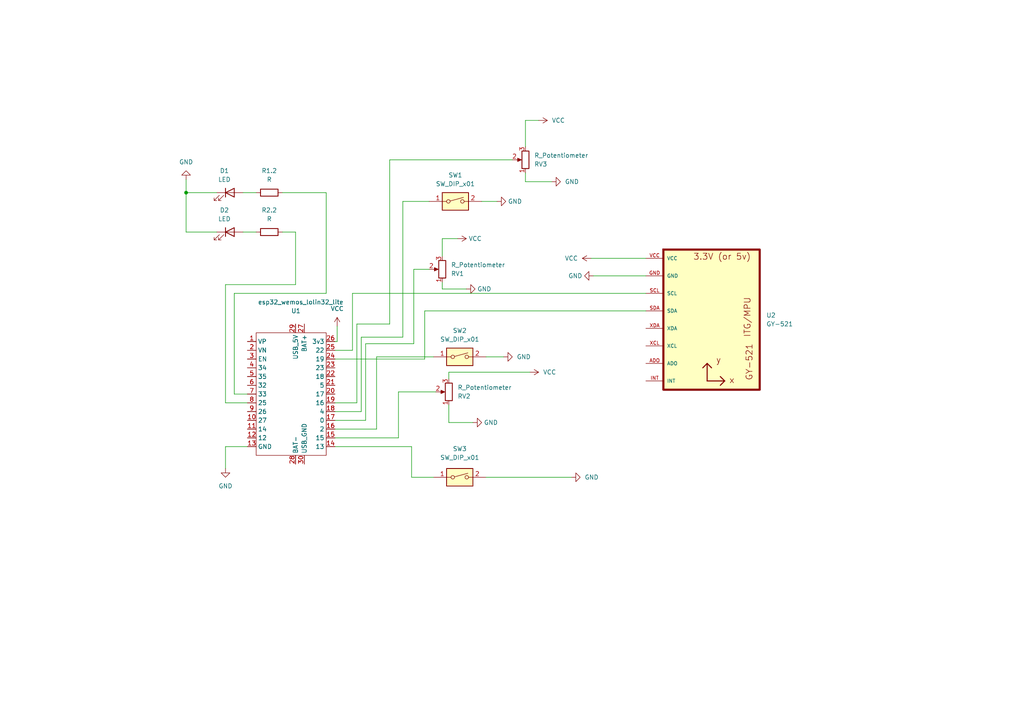
<source format=kicad_sch>
(kicad_sch (version 20211123) (generator eeschema)
  (paper "A4")
  (lib_symbols
    (symbol "Device:LED" (pin_numbers hide) (pin_names (offset 1.016) hide)
      (property "Reference" "D" (at 0 2.54 0))
      (property "Value" "LED" (at 0 -2.54 0))
      (symbol "LED_0_1"
        (polyline (pts (xy -1.27 -1.27) (xy -1.27 1.27)) (stroke (width 0.254)))
        (polyline (pts (xy -1.27 0) (xy 1.27 0)))
        (polyline (pts (xy 1.27 -1.27) (xy 1.27 1.27) (xy -1.27 0) (xy 1.27 -1.27)) (stroke (width 0.254)))
        (polyline (pts (xy -3.048 -0.762) (xy -4.572 -2.286) (xy -3.81 -2.286) (xy -4.572 -2.286) (xy -4.572 -1.524)))
        (polyline (pts (xy -1.778 -0.762) (xy -3.302 -2.286) (xy -2.54 -2.286) (xy -3.302 -2.286) (xy -3.302 -1.524)))
      )
      (symbol "LED_1_1"
        (pin passive line (at -3.81 0 0) (length 2.54) (name "K") (number "1"))
        (pin passive line (at 3.81 0 180) (length 2.54) (name "A") (number "2"))
      )
    )
    (symbol "Device:R" (pin_numbers hide) (pin_names (offset 0))
      (property "Reference" "R" (at 2.032 0 90))
      (property "Value" "R" (at 0 0 90))
      (symbol "R_0_1"
        (rectangle (start -1.016 -2.54) (end 1.016 2.54) (stroke (width 0.254)))
      )
      (symbol "R_1_1"
        (pin passive line (at 0 3.81 270) (length 1.27) (name "~") (number "1"))
        (pin passive line (at 0 -3.81 90) (length 1.27) (name "~") (number "2"))
      )
    )
    (symbol "Device:R_Potentiometer" (pin_names (offset 1.016) hide)
      (property "Reference" "RV" (at -4.445 0 90))
      (property "Value" "R_Potentiometer" (at -2.54 0 90))
      (symbol "R_Potentiometer_0_1"
        (polyline (pts (xy 2.54 0) (xy 1.524 0)))
        (polyline (pts (xy 1.143 0) (xy 2.286 0.508) (xy 2.286 -0.508) (xy 1.143 0)) (fill (type outline)))
        (rectangle (start 1.016 2.54) (end -1.016 -2.54) (stroke (width 0.254)))
      )
      (symbol "R_Potentiometer_1_1"
        (pin passive line (at 0 3.81 270) (length 1.27) (name "1") (number "1"))
        (pin passive line (at 3.81 0 180) (length 1.27) (name "2") (number "2"))
        (pin passive line (at 0 -3.81 90) (length 1.27) (name "3") (number "3"))
      )
    )
    (symbol "GND_1" (power) (pin_names (offset 0))
      (property "Value" "GND_1" (at 0 -3.81 0))
      (symbol "GND_1_0_1"
        (polyline (pts (xy 0 0) (xy 0 -1.27) (xy 1.27 -1.27) (xy 0 -2.54) (xy -1.27 -1.27) (xy 0 -1.27)))
      )
      (symbol "GND_1_1_1"
        (pin power_in line (at 0 0 270) (length 0) hide (name "GND") (number "1"))
      )
    )
    (symbol "GND_2" (power) (pin_names (offset 0))
      (property "Value" "GND_2" (at 0 -3.81 0))
      (symbol "GND_2_0_1"
        (polyline (pts (xy 0 0) (xy 0 -1.27) (xy 1.27 -1.27) (xy 0 -2.54) (xy -1.27 -1.27) (xy 0 -1.27)))
      )
      (symbol "GND_2_1_1"
        (pin power_in line (at 0 0 270) (length 0) hide (name "GND") (number "1"))
      )
    )
    (symbol "GND_3" (power) (pin_names (offset 0))
      (property "Value" "GND_3" (at 0 -3.81 0))
      (symbol "GND_3_0_1"
        (polyline (pts (xy 0 0) (xy 0 -1.27) (xy 1.27 -1.27) (xy 0 -2.54) (xy -1.27 -1.27) (xy 0 -1.27)))
      )
      (symbol "GND_3_1_1"
        (pin power_in line (at 0 0 270) (length 0) hide (name "GND") (number "1"))
      )
    )
    (symbol "GND_4" (power) (pin_names (offset 0))
      (property "Value" "GND_4" (at 0 -3.81 0))
      (symbol "GND_4_0_1"
        (polyline (pts (xy 0 0) (xy 0 -1.27) (xy 1.27 -1.27) (xy 0 -2.54) (xy -1.27 -1.27) (xy 0 -1.27)))
      )
      (symbol "GND_4_1_1"
        (pin power_in line (at 0 0 270) (length 0) hide (name "GND") (number "1"))
      )
    )
    (symbol "GND_5" (power) (pin_names (offset 0))
      (property "Value" "GND_5" (at 0 -3.81 0))
      (symbol "GND_5_0_1"
        (polyline (pts (xy 0 0) (xy 0 -1.27) (xy 1.27 -1.27) (xy 0 -2.54) (xy -1.27 -1.27) (xy 0 -1.27)))
      )
      (symbol "GND_5_1_1"
        (pin power_in line (at 0 0 270) (length 0) hide (name "GND") (number "1"))
      )
    )
    (symbol "GND_6" (power) (pin_names (offset 0))
      (property "Value" "GND_6" (at 0 -3.81 0))
      (symbol "GND_6_0_1"
        (polyline (pts (xy 0 0) (xy 0 -1.27) (xy 1.27 -1.27) (xy 0 -2.54) (xy -1.27 -1.27) (xy 0 -1.27)))
      )
      (symbol "GND_6_1_1"
        (pin power_in line (at 0 0 270) (length 0) hide (name "GND") (number "1"))
      )
    )
    (symbol "GND_7" (power) (pin_names (offset 0))
      (property "Value" "GND_7" (at 0 -3.81 0))
      (symbol "GND_7_0_1"
        (polyline (pts (xy 0 0) (xy 0 -1.27) (xy 1.27 -1.27) (xy 0 -2.54) (xy -1.27 -1.27) (xy 0 -1.27)))
      )
      (symbol "GND_7_1_1"
        (pin power_in line (at 0 0 270) (length 0) hide (name "GND") (number "1"))
      )
    )
    (symbol "GY-521:GY-521" (pin_names (offset 1.016))
      (property "Reference" "U" (at 0 0 0))
      (property "Value" "GY-521" (at 0 0 0))
      (symbol "GY-521_0_0"
        (rectangle (start -10.16 -22.86) (end 17.78 17.78) (stroke (width 0.6096)) (fill (type background)))
        (polyline (pts (xy 2.54 -20.32) (xy 2.54 -15.24)) (stroke (width 0.3048)))
        (polyline (pts (xy 2.54 -20.32) (xy 7.62 -20.32)) (stroke (width 0.3048)))
        (polyline (pts (xy 2.54 -15.24) (xy 1.27 -16.51)) (stroke (width 0.3048)))
        (polyline (pts (xy 2.54 -15.24) (xy 3.81 -16.51)) (stroke (width 0.3048)))
        (polyline (pts (xy 7.62 -20.32) (xy 6.35 -21.59)) (stroke (width 0.3048)))
        (polyline (pts (xy 7.62 -20.32) (xy 6.35 -19.05)) (stroke (width 0.3048)))
        (text "3.3V (or 5v)" (at -1.524 14.732 0) (effects (font (size 1.778 1.778)) (justify left bottom)))
        (text "GY-521" (at 13.716 -9.398 900) (effects (font (size 1.778 1.778)) (justify right top)))
        (text "ITG/MPU" (at 15.24 -7.62 900) (effects (font (size 1.778 1.778)) (justify left bottom)))
        (text "x" (at 8.89 -21.082 0) (effects (font (size 1.778 1.778)) (justify left bottom)))
        (text "y" (at 5.08 -15.24 0) (effects (font (size 1.778 1.778)) (justify left bottom)))
        (pin bidirectional line (at -15.24 -15.24 0) (length 5.08) (name "ADO") (number "ADO"))
        (pin bidirectional line (at -15.24 10.16 0) (length 5.08) (name "GND") (number "GND"))
        (pin bidirectional line (at -15.24 -20.32 0) (length 5.08) (name "INT") (number "INT"))
        (pin bidirectional line (at -15.24 5.08 0) (length 5.08) (name "SCL") (number "SCL"))
        (pin bidirectional line (at -15.24 0 0) (length 5.08) (name "SDA") (number "SDA"))
        (pin bidirectional line (at -15.24 15.24 0) (length 5.08) (name "VCC") (number "VCC"))
        (pin bidirectional line (at -15.24 -10.16 0) (length 5.08) (name "XCL") (number "XCL"))
        (pin bidirectional line (at -15.24 -5.08 0) (length 5.08) (name "XDA") (number "XDA"))
      )
    )
    (symbol "Switch:SW_DIP_x01" (pin_names (offset 0) hide)
      (property "Reference" "SW" (at 0 3.81 0))
      (property "Value" "SW_DIP_x01" (at 0 -3.81 0))
      (symbol "SW_DIP_x01_0_0"
        (circle (center -2.032 0) (radius 0.508))
        (polyline (pts (xy -1.524 0.127) (xy 2.3622 1.1684)))
        (circle (center 2.032 0) (radius 0.508))
      )
      (symbol "SW_DIP_x01_0_1"
        (rectangle (start -3.81 2.54) (end 3.81 -2.54) (stroke (width 0.254)) (fill (type background)))
      )
      (symbol "SW_DIP_x01_1_1"
        (pin passive line (at -7.62 0 0) (length 5.08) (name "~") (number "1"))
        (pin passive line (at 7.62 0 180) (length 5.08) (name "~") (number "2"))
      )
    )
    (symbol "VCC_1" (power) (pin_names (offset 0))
      (property "Value" "VCC_1" (at 0 3.81 0))
      (symbol "VCC_1_0_1"
        (polyline (pts (xy -0.762 1.27) (xy 0 2.54)))
        (polyline (pts (xy 0 0) (xy 0 2.54)))
        (polyline (pts (xy 0 2.54) (xy 0.762 1.27)))
      )
      (symbol "VCC_1_1_1"
        (pin power_in line (at 0 0 90) (length 0) hide (name "VCC") (number "1"))
      )
    )
    (symbol "VCC_2" (power) (pin_names (offset 0))
      (property "Value" "VCC_2" (at 0 3.81 0))
      (symbol "VCC_2_0_1"
        (polyline (pts (xy -0.762 1.27) (xy 0 2.54)))
        (polyline (pts (xy 0 0) (xy 0 2.54)))
        (polyline (pts (xy 0 2.54) (xy 0.762 1.27)))
      )
      (symbol "VCC_2_1_1"
        (pin power_in line (at 0 0 90) (length 0) hide (name "VCC") (number "1"))
      )
    )
    (symbol "VCC_3" (power) (pin_names (offset 0))
      (property "Value" "VCC_3" (at 0 3.81 0))
      (symbol "VCC_3_0_1"
        (polyline (pts (xy -0.762 1.27) (xy 0 2.54)))
        (polyline (pts (xy 0 0) (xy 0 2.54)))
        (polyline (pts (xy 0 2.54) (xy 0.762 1.27)))
      )
      (symbol "VCC_3_1_1"
        (pin power_in line (at 0 0 90) (length 0) hide (name "VCC") (number "1"))
      )
    )
    (symbol "VCC_4" (power) (pin_names (offset 0))
      (property "Value" "VCC_4" (at 0 3.81 0))
      (symbol "VCC_4_0_1"
        (polyline (pts (xy -0.762 1.27) (xy 0 2.54)))
        (polyline (pts (xy 0 0) (xy 0 2.54)))
        (polyline (pts (xy 0 2.54) (xy 0.762 1.27)))
      )
      (symbol "VCC_4_1_1"
        (pin power_in line (at 0 0 90) (length 0) hide (name "VCC") (number "1"))
      )
    )
    (symbol "power:GND" (power) (pin_names (offset 0))
      (property "Value" "GND" (at 0 -3.81 0))
      (symbol "GND_0_1"
        (polyline (pts (xy 0 0) (xy 0 -1.27) (xy 1.27 -1.27) (xy 0 -2.54) (xy -1.27 -1.27) (xy 0 -1.27)))
      )
      (symbol "GND_1_1"
        (pin power_in line (at 0 0 270) (length 0) hide (name "GND") (number "1"))
      )
    )
    (symbol "power:VCC" (power) (pin_names (offset 0))
      (property "Value" "VCC" (at 0 3.81 0))
      (symbol "VCC_0_1"
        (polyline (pts (xy -0.762 1.27) (xy 0 2.54)))
        (polyline (pts (xy 0 0) (xy 0 2.54)))
        (polyline (pts (xy 0 2.54) (xy 0.762 1.27)))
      )
      (symbol "VCC_1_1"
        (pin power_in line (at 0 0 90) (length 0) hide (name "VCC") (number "1"))
      )
    )
    (symbol "wemos_lolin32_lite:esp32_wemos_lolin32_lite"
      (property "Reference" "U" (at 1.27 2.54 0))
      (property "Value" "esp32_wemos_lolin32_lite" (at 1.27 6.35 0))
      (symbol "esp32_wemos_lolin32_lite_0_1"
        (rectangle (start 7.62 -11.43) (end 27.94 -46.99))
      )
      (symbol "esp32_wemos_lolin32_lite_1_1"
        (pin input line (at 5.08 -13.97 0) (length 2.54) (name "VP") (number "1"))
        (pin bidirectional line (at 5.08 -36.83 0) (length 2.54) (name "27") (number "10"))
        (pin bidirectional line (at 5.08 -39.37 0) (length 2.54) (name "14") (number "11"))
        (pin bidirectional line (at 5.08 -41.91 0) (length 2.54) (name "12") (number "12"))
        (pin bidirectional line (at 5.08 -44.45 0) (length 2.54) (name "GND") (number "13"))
        (pin bidirectional line (at 30.48 -44.45 180) (length 2.54) (name "13") (number "14"))
        (pin bidirectional line (at 30.48 -41.91 180) (length 2.54) (name "15") (number "15"))
        (pin bidirectional line (at 30.48 -39.37 180) (length 2.54) (name "2") (number "16"))
        (pin bidirectional line (at 30.48 -36.83 180) (length 2.54) (name "0") (number "17"))
        (pin bidirectional line (at 30.48 -34.29 180) (length 2.54) (name "4") (number "18"))
        (pin bidirectional line (at 30.48 -31.75 180) (length 2.54) (name "16") (number "19"))
        (pin input line (at 5.08 -16.51 0) (length 2.54) (name "VN") (number "2"))
        (pin bidirectional line (at 30.48 -29.21 180) (length 2.54) (name "17") (number "20"))
        (pin bidirectional line (at 30.48 -26.67 180) (length 2.54) (name "5") (number "21"))
        (pin bidirectional line (at 30.48 -24.13 180) (length 2.54) (name "18") (number "22"))
        (pin bidirectional line (at 30.48 -21.59 180) (length 2.54) (name "23") (number "23"))
        (pin bidirectional line (at 30.48 -19.05 180) (length 2.54) (name "19") (number "24"))
        (pin bidirectional line (at 30.48 -16.51 180) (length 2.54) (name "22") (number "25"))
        (pin bidirectional line (at 30.48 -13.97 180) (length 2.54) (name "3v3") (number "26"))
        (pin bidirectional line (at 21.59 -8.89 270) (length 2.54) (name "BAT+") (number "27"))
        (pin bidirectional line (at 19.05 -49.53 90) (length 2.54) (name "BAT-") (number "28"))
        (pin bidirectional line (at 19.05 -8.89 270) (length 2.54) (name "USB_5V") (number "29"))
        (pin input line (at 5.08 -19.05 0) (length 2.54) (name "EN") (number "3"))
        (pin bidirectional line (at 21.59 -49.53 90) (length 2.54) (name "USB_GND") (number "30"))
        (pin input line (at 5.08 -21.59 0) (length 2.54) (name "34") (number "4"))
        (pin input line (at 5.08 -24.13 0) (length 2.54) (name "35") (number "5"))
        (pin bidirectional line (at 5.08 -26.67 0) (length 2.54) (name "32") (number "6"))
        (pin bidirectional line (at 5.08 -29.21 0) (length 2.54) (name "33") (number "7"))
        (pin bidirectional line (at 5.08 -31.75 0) (length 2.54) (name "25") (number "8"))
        (pin bidirectional line (at 5.08 -34.29 0) (length 2.54) (name "26") (number "9"))
      )
    )
  )
  (junction (at 53.975 55.88))
  (wire (pts (xy 70.485 67.31) (xy 74.295 67.31)))
  (wire (pts (xy 97.155 127) (xy 115.57 127)))
  (wire (pts (xy 130.175 109.855) (xy 130.175 107.95)))
  (wire (pts (xy 53.975 52.07) (xy 53.975 55.88)))
  (wire (pts (xy 120.015 78.105) (xy 124.46 78.105)))
  (wire (pts (xy 67.945 85.09) (xy 67.945 114.3)))
  (wire (pts (xy 94.615 55.88) (xy 94.615 85.09)))
  (wire (pts (xy 85.725 67.31) (xy 85.725 82.55)))
  (wire (pts (xy 97.155 104.14) (xy 123.19 104.14)))
  (wire (pts (xy 152.4 34.925) (xy 156.21 34.925)))
  (wire (pts (xy 70.485 55.88) (xy 74.295 55.88)))
  (wire (pts (xy 123.19 90.17) (xy 187.325 90.17)))
  (wire (pts (xy 97.79 94.615) (xy 97.79 99.06)))
  (wire (pts (xy 116.84 58.42) (xy 124.46 58.42)))
  (wire (pts (xy 128.27 81.915) (xy 128.27 83.82)))
  (wire (pts (xy 103.505 93.98) (xy 103.505 116.84)))
  (wire (pts (xy 106.045 121.92) (xy 106.045 99.695)))
  (wire (pts (xy 65.405 129.54) (xy 71.755 129.54)))
  (wire (pts (xy 97.155 121.92) (xy 106.045 121.92)))
  (wire (pts (xy 125.73 103.505) (xy 109.22 103.505)))
  (wire (pts (xy 139.7 58.42) (xy 144.145 58.42)))
  (wire (pts (xy 104.775 119.38) (xy 104.775 97.79)))
  (wire (pts (xy 172.085 80.01) (xy 187.325 80.01)))
  (wire (pts (xy 97.155 129.54) (xy 119.38 129.54)))
  (wire (pts (xy 152.4 52.705) (xy 160.02 52.705)))
  (wire (pts (xy 106.045 99.695) (xy 120.015 99.695)))
  (wire (pts (xy 109.22 124.46) (xy 97.155 124.46)))
  (wire (pts (xy 123.19 104.14) (xy 123.19 90.17)))
  (wire (pts (xy 125.73 138.43) (xy 119.38 138.43)))
  (wire (pts (xy 113.03 46.355) (xy 148.59 46.355)))
  (wire (pts (xy 102.235 85.09) (xy 187.325 85.09)))
  (wire (pts (xy 97.155 101.6) (xy 102.235 101.6)))
  (wire (pts (xy 85.725 82.55) (xy 65.405 82.55)))
  (wire (pts (xy 130.175 107.95) (xy 153.67 107.95)))
  (wire (pts (xy 113.03 93.98) (xy 113.03 46.355)))
  (wire (pts (xy 140.97 138.43) (xy 165.735 138.43)))
  (wire (pts (xy 81.915 67.31) (xy 85.725 67.31)))
  (wire (pts (xy 130.175 122.555) (xy 137.16 122.555)))
  (wire (pts (xy 140.97 103.505) (xy 146.05 103.505)))
  (wire (pts (xy 171.45 74.93) (xy 187.325 74.93)))
  (wire (pts (xy 152.4 42.545) (xy 152.4 34.925)))
  (wire (pts (xy 109.22 103.505) (xy 109.22 124.46)))
  (wire (pts (xy 104.775 97.79) (xy 116.84 97.79)))
  (wire (pts (xy 128.27 83.82) (xy 135.255 83.82)))
  (wire (pts (xy 65.405 82.55) (xy 65.405 116.84)))
  (wire (pts (xy 115.57 127) (xy 115.57 113.665)))
  (wire (pts (xy 103.505 93.98) (xy 113.03 93.98)))
  (wire (pts (xy 116.84 97.79) (xy 116.84 58.42)))
  (wire (pts (xy 130.175 117.475) (xy 130.175 122.555)))
  (wire (pts (xy 152.4 50.165) (xy 152.4 52.705)))
  (wire (pts (xy 115.57 113.665) (xy 126.365 113.665)))
  (wire (pts (xy 102.235 101.6) (xy 102.235 85.09)))
  (wire (pts (xy 94.615 85.09) (xy 67.945 85.09)))
  (wire (pts (xy 128.27 74.295) (xy 128.27 69.215)))
  (wire (pts (xy 119.38 138.43) (xy 119.38 129.54)))
  (wire (pts (xy 53.975 55.88) (xy 62.865 55.88)))
  (wire (pts (xy 97.155 99.06) (xy 97.79 99.06)))
  (wire (pts (xy 67.945 114.3) (xy 71.755 114.3)))
  (wire (pts (xy 97.155 119.38) (xy 104.775 119.38)))
  (wire (pts (xy 97.155 116.84) (xy 103.505 116.84)))
  (wire (pts (xy 81.915 55.88) (xy 94.615 55.88)))
  (wire (pts (xy 128.27 69.215) (xy 132.715 69.215)))
  (wire (pts (xy 65.405 135.89) (xy 65.405 129.54)))
  (wire (pts (xy 120.015 99.695) (xy 120.015 78.105)))
  (wire (pts (xy 53.975 67.31) (xy 62.865 67.31)))
  (wire (pts (xy 65.405 116.84) (xy 71.755 116.84)))
  (wire (pts (xy 53.975 55.88) (xy 53.975 67.31)))
  (symbol (lib_id "Switch:SW_DIP_x01") (at 133.35 138.43 0) (unit 1)
    (property "Reference" "SW3" (at 133.35 130.175 0))
    (property "Value" "SW_DIP_x01" (at 133.35 132.715 0))
    (property "Footprint" "Connector:JWT_A3963_1x02_P3.96mm_Vertical" (effects hide))
  )
  (symbol (lib_id "Device:LED") (at 66.675 55.88 0) (unit 1)
    (property "Reference" "D1" (at 65.0875 49.53 0))
    (property "Value" "LED" (at 65.0875 52.07 0))
    (property "Footprint" "LED_THT:LED_D5.0mm" (effects hide))
  )
  (symbol (lib_name "VCC_2") (lib_id "power:VCC") (at 132.715 69.215 270) (unit 1)
    (property "Reference" "#PWR0101" (effects hide))
    (property "Value" "VCC" (at 135.89 69.2149 90) (effects (justify left)))
  )
  (symbol (lib_id "GY-521:GY-521") (at 202.565 90.17 0) (unit 1)
    (property "Reference" "U2" (at 222.25 91.4399 0) (effects (justify left)))
    (property "Value" "GY-521" (at 222.25 93.9799 0) (effects (justify left)))
    (property "Footprint" "gyroscope:GY-521" (effects hide))
    (property "MF" "GODREAM FORDREAM CO., LIMITED" (effects hide))
    (property "Description" "\nTriple Axis Accelerometer Gyro Breakout\n" (effects hide))
    (property "Package" "Package" (effects hide))
    (property "Price" "None" (effects hide))
    (property "SnapEDA_Link" "https://www.snapeda.com/parts/GY-521/GODREAM+FORDREAM+CO.%252C+LIMITED/view-part/?ref=snap" (effects hide))
    (property "MP" "GY-521" (effects hide))
    (property "Availability" "Not in stock" (effects hide))
    (property "Check_prices" "https://www.snapeda.com/parts/GY-521/GODREAM+FORDREAM+CO.%252C+LIMITED/view-part/?ref=eda" (effects hide))
  )
  (symbol (lib_name "VCC_3") (lib_id "power:VCC") (at 171.45 74.93 90) (unit 1)
    (property "Reference" "#PWR0109" (effects hide))
    (property "Value" "VCC" (at 167.64 74.9299 90) (effects (justify left)))
  )
  (symbol (lib_name "GND_7") (lib_id "power:GND") (at 146.05 103.505 90) (unit 1)
    (property "Reference" "#PWR0113" (effects hide))
    (property "Value" "GND" (at 149.86 103.5049 90) (effects (justify right)))
  )
  (symbol (lib_id "Device:R") (at 78.105 67.31 90) (unit 1)
    (property "Reference" "R2.2" (at 78.105 60.96 90))
    (property "Value" "R" (at 78.105 63.5 90))
    (property "Footprint" "Resistor_THT:R_Axial_DIN0207_L6.3mm_D2.5mm_P10.16mm_Horizontal" (effects hide))
  )
  (symbol (lib_name "GND_1") (lib_id "power:GND") (at 165.735 138.43 90) (unit 1)
    (property "Reference" "#PWR0111" (effects hide))
    (property "Value" "GND" (at 169.545 138.4299 90) (effects (justify right)))
  )
  (symbol (lib_name "GND_4") (lib_id "power:GND") (at 160.02 52.705 90) (unit 1)
    (property "Reference" "#PWR0105" (effects hide))
    (property "Value" "GND" (at 163.83 52.7049 90) (effects (justify right)))
  )
  (symbol (lib_name "GND_5") (lib_id "power:GND") (at 172.085 80.01 270) (unit 1)
    (property "Reference" "#PWR0107" (effects hide))
    (property "Value" "GND" (at 168.91 80.0099 90) (effects (justify right)))
  )
  (symbol (lib_name "GND_3") (lib_id "power:GND") (at 135.255 83.82 90) (unit 1)
    (property "Reference" "#PWR0102" (effects hide))
    (property "Value" "GND" (at 138.43 83.8199 90) (effects (justify right)))
  )
  (symbol (lib_id "Device:R_Potentiometer") (at 130.175 113.665 180) (unit 1)
    (property "Reference" "RV2" (at 132.715 114.9351 0) (effects (justify right)))
    (property "Value" "R_Potentiometer" (at 132.715 112.3951 0) (effects (justify right)))
    (property "Footprint" "Connector_JST:JST_EH_B3B-EH-A_1x03_P2.50mm_Vertical" (effects hide))
  )
  (symbol (lib_name "GND_6") (lib_id "power:GND") (at 144.145 58.42 90) (unit 1)
    (property "Reference" "#PWR0114" (effects hide))
    (property "Value" "GND" (at 147.32 58.4199 90) (effects (justify right)))
  )
  (symbol (lib_id "wemos_lolin32_lite:esp32_wemos_lolin32_lite") (at 66.675 85.09 0) (unit 1)
    (property "Reference" "U1" (at 84.455 90.17 0) (effects (justify left)))
    (property "Value" "esp32_wemos_lolin32_lite" (at 74.8156 87.63 0) (effects (justify left)))
    (property "Footprint" "wemos_lolin32_lite:esp32_wemos_lolin32_lite" (effects hide))
  )
  (symbol (lib_id "Device:R") (at 78.105 55.88 90) (unit 1)
    (property "Reference" "R1.2" (at 78.105 49.53 90))
    (property "Value" "R" (at 78.105 52.07 90))
    (property "Footprint" "Resistor_THT:R_Axial_DIN0207_L6.3mm_D2.5mm_P10.16mm_Horizontal" (effects hide))
  )
  (symbol (lib_name "VCC_1") (lib_id "power:VCC") (at 156.21 34.925 270) (unit 1)
    (property "Reference" "#PWR0104" (effects hide))
    (property "Value" "VCC" (at 160.02 34.9249 90) (effects (justify left)))
  )
  (symbol (lib_id "Device:R_Potentiometer") (at 152.4 46.355 180) (unit 1)
    (property "Reference" "RV3" (at 154.94 47.6251 0) (effects (justify right)))
    (property "Value" "R_Potentiometer" (at 154.94 45.0851 0) (effects (justify right)))
    (property "Footprint" "Connector_JST:JST_EH_B3B-EH-A_1x03_P2.50mm_Vertical" (effects hide))
  )
  (symbol (lib_id "power:GND") (at 65.405 135.89 0) (unit 1)
    (property "Reference" "#PWR0106" (effects hide))
    (property "Value" "GND" (at 65.405 140.97 0))
  )
  (symbol (lib_name "VCC_4") (lib_id "power:VCC") (at 153.67 107.95 270) (unit 1)
    (property "Reference" "#PWR0112" (effects hide))
    (property "Value" "VCC" (at 157.48 107.9499 90) (effects (justify left)))
  )
  (symbol (lib_id "Device:LED") (at 66.675 67.31 0) (unit 1)
    (property "Reference" "D2" (at 65.0875 60.96 0))
    (property "Value" "LED" (at 65.0875 63.5 0))
    (property "Footprint" "LED_THT:LED_D5.0mm" (effects hide))
  )
  (symbol (lib_name "GND_2") (lib_id "power:GND") (at 137.16 122.555 90) (unit 1)
    (property "Reference" "#PWR0110" (effects hide))
    (property "Value" "GND" (at 140.335 122.5549 90) (effects (justify right)))
  )
  (symbol (lib_id "Device:R_Potentiometer") (at 128.27 78.105 180) (unit 1)
    (property "Reference" "RV1" (at 130.81 79.3751 0) (effects (justify right)))
    (property "Value" "R_Potentiometer" (at 130.81 76.8351 0) (effects (justify right)))
    (property "Footprint" "Connector_JST:JST_EH_B3B-EH-A_1x03_P2.50mm_Vertical" (effects hide))
  )
  (symbol (lib_id "power:VCC") (at 97.79 94.615 0) (unit 1)
    (property "Reference" "#PWR0103" (effects hide))
    (property "Value" "VCC" (at 97.79 89.535 0))
  )
  (symbol (lib_id "Switch:SW_DIP_x01") (at 132.08 58.42 0) (unit 1)
    (property "Reference" "SW1" (at 132.08 50.8 0))
    (property "Value" "SW_DIP_x01" (at 132.08 53.34 0))
    (property "Footprint" "Connector:JWT_A3963_1x02_P3.96mm_Vertical" (effects hide))
  )
  (symbol (lib_id "Switch:SW_DIP_x01") (at 133.35 103.505 0) (unit 1)
    (property "Reference" "SW2" (at 133.35 95.885 0))
    (property "Value" "SW_DIP_x01" (at 133.35 98.425 0))
    (property "Footprint" "Connector:JWT_A3963_1x02_P3.96mm_Vertical" (effects hide))
  )
  (symbol (lib_id "power:GND") (at 53.975 52.07 180) (unit 1)
    (property "Reference" "#PWR0108" (effects hide))
    (property "Value" "GND" (at 53.975 46.99 0))
  )
)
</source>
